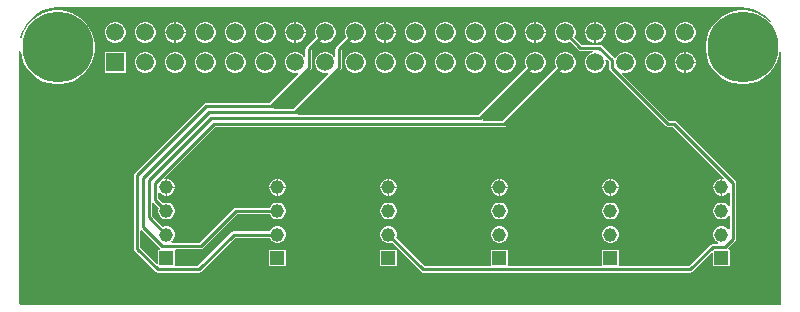
<source format=gbr>
G04*
G04 #@! TF.GenerationSoftware,Altium Limited,Altium Designer,24.8.2 (39)*
G04*
G04 Layer_Physical_Order=1*
G04 Layer_Color=255*
%FSLAX25Y25*%
%MOIN*%
G70*
G04*
G04 #@! TF.SameCoordinates,CBBCE14F-D53E-4E5E-9298-E108D83DD630*
G04*
G04*
G04 #@! TF.FilePolarity,Positive*
G04*
G01*
G75*
%ADD18C,0.01000*%
%ADD19R,0.05906X0.05906*%
%ADD20C,0.05906*%
%ADD21R,0.04528X0.04528*%
%ADD22C,0.04528*%
%ADD23C,0.23622*%
G36*
X306957Y284960D02*
Y284960D01*
X306957Y284960D01*
X308500Y284839D01*
X310551Y284346D01*
X312500Y283539D01*
X314298Y282437D01*
X315902Y281067D01*
X316554Y280304D01*
X316186Y279964D01*
X315107Y281044D01*
X313539Y282183D01*
X311812Y283063D01*
X309969Y283661D01*
X308055Y283965D01*
X306118D01*
X304204Y283661D01*
X302361Y283063D01*
X300634Y282183D01*
X299066Y281044D01*
X297696Y279674D01*
X296557Y278106D01*
X295677Y276379D01*
X295079Y274536D01*
X294776Y272622D01*
Y270685D01*
X295079Y268771D01*
X295677Y266928D01*
X296557Y265201D01*
X297696Y263633D01*
X299066Y262263D01*
X300634Y261124D01*
X302361Y260244D01*
X304204Y259646D01*
X306118Y259343D01*
X308055D01*
X309969Y259646D01*
X311812Y260244D01*
X313539Y261124D01*
X315107Y262263D01*
X316477Y263633D01*
X317616Y265201D01*
X318496Y266928D01*
X319094Y268771D01*
X319293Y270026D01*
X319827Y270198D01*
X319923Y270101D01*
Y185911D01*
X317500D01*
X66372Y185911D01*
X65880Y186351D01*
X65872Y186381D01*
Y270222D01*
X65978Y270337D01*
X66510Y270176D01*
X66732Y268771D01*
X67331Y266928D01*
X68211Y265201D01*
X69350Y263633D01*
X70720Y262263D01*
X72288Y261124D01*
X74014Y260244D01*
X75857Y259646D01*
X77771Y259343D01*
X79709D01*
X81623Y259646D01*
X83466Y260244D01*
X85193Y261124D01*
X86760Y262263D01*
X88130Y263633D01*
X89270Y265201D01*
X90149Y266928D01*
X90748Y268771D01*
X91051Y270685D01*
Y272622D01*
X90748Y274536D01*
X90149Y276379D01*
X89270Y278106D01*
X88130Y279674D01*
X86760Y281044D01*
X85193Y282183D01*
X83466Y283063D01*
X81623Y283661D01*
X79709Y283965D01*
X77771D01*
X75857Y283661D01*
X74014Y283063D01*
X72288Y282183D01*
X70720Y281044D01*
X69350Y279674D01*
X68211Y278106D01*
X67331Y276379D01*
X66752Y274598D01*
X66271Y274734D01*
X66574Y275998D01*
X67359Y277892D01*
X68430Y279640D01*
X69762Y281199D01*
X71320Y282531D01*
X73068Y283602D01*
X74963Y284386D01*
X76956Y284865D01*
X78075Y284953D01*
X78075Y284953D01*
Y284953D01*
X78541Y285089D01*
X306495D01*
X306957Y284960D01*
D02*
G37*
%LPC*%
G36*
X258368Y280106D02*
X258163D01*
Y276904D01*
X261366D01*
Y277108D01*
X261131Y277986D01*
X260676Y278774D01*
X260033Y279416D01*
X259246Y279871D01*
X258368Y280106D01*
D02*
G37*
G36*
X257663D02*
X257459D01*
X256581Y279871D01*
X255793Y279416D01*
X255151Y278774D01*
X254696Y277986D01*
X254461Y277108D01*
Y276904D01*
X257663D01*
Y280106D01*
D02*
G37*
G36*
X238368D02*
X238163D01*
Y276904D01*
X241366D01*
Y277108D01*
X241131Y277986D01*
X240676Y278774D01*
X240033Y279416D01*
X239246Y279871D01*
X238368Y280106D01*
D02*
G37*
G36*
X237663D02*
X237459D01*
X236581Y279871D01*
X235793Y279416D01*
X235151Y278774D01*
X234696Y277986D01*
X234461Y277108D01*
Y276904D01*
X237663D01*
Y280106D01*
D02*
G37*
G36*
X188368D02*
X188163D01*
Y276904D01*
X191366D01*
Y277108D01*
X191131Y277986D01*
X190676Y278774D01*
X190033Y279416D01*
X189246Y279871D01*
X188368Y280106D01*
D02*
G37*
G36*
X187663D02*
X187459D01*
X186581Y279871D01*
X185793Y279416D01*
X185151Y278774D01*
X184696Y277986D01*
X184461Y277108D01*
Y276904D01*
X187663D01*
Y280106D01*
D02*
G37*
G36*
X158368D02*
X158163D01*
Y276904D01*
X161366D01*
Y277108D01*
X161131Y277986D01*
X160676Y278774D01*
X160033Y279416D01*
X159246Y279871D01*
X158368Y280106D01*
D02*
G37*
G36*
X157663D02*
X157459D01*
X156581Y279871D01*
X155793Y279416D01*
X155150Y278774D01*
X154696Y277986D01*
X154461Y277108D01*
Y276904D01*
X157663D01*
Y280106D01*
D02*
G37*
G36*
X118368D02*
X118163D01*
Y276904D01*
X121366D01*
Y277108D01*
X121131Y277986D01*
X120676Y278774D01*
X120033Y279416D01*
X119246Y279871D01*
X118368Y280106D01*
D02*
G37*
G36*
X117663D02*
X117459D01*
X116581Y279871D01*
X115793Y279416D01*
X115150Y278774D01*
X114696Y277986D01*
X114461Y277108D01*
Y276904D01*
X117663D01*
Y280106D01*
D02*
G37*
G36*
X288368D02*
X287459D01*
X286581Y279871D01*
X285793Y279416D01*
X285151Y278774D01*
X284696Y277986D01*
X284461Y277108D01*
Y276199D01*
X284696Y275321D01*
X285151Y274534D01*
X285793Y273891D01*
X286581Y273436D01*
X287459Y273201D01*
X288368D01*
X289246Y273436D01*
X290033Y273891D01*
X290676Y274534D01*
X291131Y275321D01*
X291366Y276199D01*
Y277108D01*
X291131Y277986D01*
X290676Y278774D01*
X290033Y279416D01*
X289246Y279871D01*
X288368Y280106D01*
D02*
G37*
G36*
X278368D02*
X277459D01*
X276581Y279871D01*
X275793Y279416D01*
X275150Y278774D01*
X274696Y277986D01*
X274461Y277108D01*
Y276199D01*
X274696Y275321D01*
X275150Y274534D01*
X275793Y273891D01*
X276581Y273436D01*
X277459Y273201D01*
X278368D01*
X279246Y273436D01*
X280033Y273891D01*
X280676Y274534D01*
X281131Y275321D01*
X281366Y276199D01*
Y277108D01*
X281131Y277986D01*
X280676Y278774D01*
X280033Y279416D01*
X279246Y279871D01*
X278368Y280106D01*
D02*
G37*
G36*
X268368D02*
X267459D01*
X266581Y279871D01*
X265793Y279416D01*
X265150Y278774D01*
X264696Y277986D01*
X264461Y277108D01*
Y276199D01*
X264696Y275321D01*
X265150Y274534D01*
X265793Y273891D01*
X266581Y273436D01*
X267459Y273201D01*
X268368D01*
X269246Y273436D01*
X270033Y273891D01*
X270676Y274534D01*
X271131Y275321D01*
X271366Y276199D01*
Y277108D01*
X271131Y277986D01*
X270676Y278774D01*
X270033Y279416D01*
X269246Y279871D01*
X268368Y280106D01*
D02*
G37*
G36*
X261366Y276403D02*
X258163D01*
Y273201D01*
X258368D01*
X259246Y273436D01*
X260033Y273891D01*
X260676Y274534D01*
X261131Y275321D01*
X261366Y276199D01*
Y276403D01*
D02*
G37*
G36*
X257663D02*
X254461D01*
Y276199D01*
X254696Y275321D01*
X255151Y274534D01*
X255793Y273891D01*
X256581Y273436D01*
X257459Y273201D01*
X257663D01*
Y276403D01*
D02*
G37*
G36*
X241366D02*
X238163D01*
Y273201D01*
X238368D01*
X239246Y273436D01*
X240033Y273891D01*
X240676Y274534D01*
X241131Y275321D01*
X241366Y276199D01*
Y276403D01*
D02*
G37*
G36*
X237663D02*
X234461D01*
Y276199D01*
X234696Y275321D01*
X235151Y274534D01*
X235793Y273891D01*
X236581Y273436D01*
X237459Y273201D01*
X237663D01*
Y276403D01*
D02*
G37*
G36*
X228368Y280106D02*
X227459D01*
X226581Y279871D01*
X225793Y279416D01*
X225150Y278774D01*
X224696Y277986D01*
X224461Y277108D01*
Y276199D01*
X224696Y275321D01*
X225150Y274534D01*
X225793Y273891D01*
X226581Y273436D01*
X227459Y273201D01*
X228368D01*
X229246Y273436D01*
X230033Y273891D01*
X230676Y274534D01*
X231131Y275321D01*
X231366Y276199D01*
Y277108D01*
X231131Y277986D01*
X230676Y278774D01*
X230033Y279416D01*
X229246Y279871D01*
X228368Y280106D01*
D02*
G37*
G36*
X218368D02*
X217459D01*
X216581Y279871D01*
X215793Y279416D01*
X215150Y278774D01*
X214696Y277986D01*
X214461Y277108D01*
Y276199D01*
X214696Y275321D01*
X215150Y274534D01*
X215793Y273891D01*
X216581Y273436D01*
X217459Y273201D01*
X218368D01*
X219246Y273436D01*
X220033Y273891D01*
X220676Y274534D01*
X221131Y275321D01*
X221366Y276199D01*
Y277108D01*
X221131Y277986D01*
X220676Y278774D01*
X220033Y279416D01*
X219246Y279871D01*
X218368Y280106D01*
D02*
G37*
G36*
X208368D02*
X207459D01*
X206581Y279871D01*
X205793Y279416D01*
X205151Y278774D01*
X204696Y277986D01*
X204461Y277108D01*
Y276199D01*
X204696Y275321D01*
X205151Y274534D01*
X205793Y273891D01*
X206581Y273436D01*
X207459Y273201D01*
X208368D01*
X209246Y273436D01*
X210033Y273891D01*
X210676Y274534D01*
X211131Y275321D01*
X211366Y276199D01*
Y277108D01*
X211131Y277986D01*
X210676Y278774D01*
X210033Y279416D01*
X209246Y279871D01*
X208368Y280106D01*
D02*
G37*
G36*
X198368D02*
X197459D01*
X196581Y279871D01*
X195793Y279416D01*
X195150Y278774D01*
X194696Y277986D01*
X194461Y277108D01*
Y276199D01*
X194696Y275321D01*
X195150Y274534D01*
X195793Y273891D01*
X196581Y273436D01*
X197459Y273201D01*
X198368D01*
X199246Y273436D01*
X200033Y273891D01*
X200676Y274534D01*
X201131Y275321D01*
X201366Y276199D01*
Y277108D01*
X201131Y277986D01*
X200676Y278774D01*
X200033Y279416D01*
X199246Y279871D01*
X198368Y280106D01*
D02*
G37*
G36*
X191366Y276403D02*
X188163D01*
Y273201D01*
X188368D01*
X189246Y273436D01*
X190033Y273891D01*
X190676Y274534D01*
X191131Y275321D01*
X191366Y276199D01*
Y276403D01*
D02*
G37*
G36*
X187663D02*
X184461D01*
Y276199D01*
X184696Y275321D01*
X185151Y274534D01*
X185793Y273891D01*
X186581Y273436D01*
X187459Y273201D01*
X187663D01*
Y276403D01*
D02*
G37*
G36*
X178368Y280106D02*
X177459D01*
X176581Y279871D01*
X175793Y279416D01*
X175151Y278774D01*
X174696Y277986D01*
X174461Y277108D01*
Y276199D01*
X174696Y275321D01*
X174858Y275040D01*
X171645Y271827D01*
X171424Y271497D01*
X171347Y271106D01*
Y268613D01*
X170847Y268479D01*
X170676Y268774D01*
X170033Y269416D01*
X169246Y269871D01*
X168368Y270106D01*
X167459D01*
X166581Y269871D01*
X165793Y269416D01*
X165150Y268774D01*
X164696Y267986D01*
X164461Y267108D01*
Y266199D01*
X164696Y265321D01*
X165150Y264533D01*
X165793Y263891D01*
X166581Y263436D01*
X167459Y263201D01*
X168368D01*
X168697Y263289D01*
X168956Y262841D01*
X157272Y251157D01*
X150863D01*
X150655Y251657D01*
X163087Y264088D01*
X163308Y264419D01*
X163386Y264809D01*
Y270684D01*
X166300Y273598D01*
X166581Y273436D01*
X167459Y273201D01*
X168368D01*
X169246Y273436D01*
X170033Y273891D01*
X170676Y274534D01*
X171131Y275321D01*
X171366Y276199D01*
Y277108D01*
X171131Y277986D01*
X170676Y278774D01*
X170033Y279416D01*
X169246Y279871D01*
X168368Y280106D01*
X167459D01*
X166581Y279871D01*
X165793Y279416D01*
X165150Y278774D01*
X164696Y277986D01*
X164461Y277108D01*
Y276199D01*
X164696Y275321D01*
X164858Y275040D01*
X161645Y271827D01*
X161424Y271497D01*
X161347Y271106D01*
Y268613D01*
X160847Y268479D01*
X160676Y268774D01*
X160033Y269416D01*
X159246Y269871D01*
X158368Y270106D01*
X157459D01*
X156581Y269871D01*
X155793Y269416D01*
X155150Y268774D01*
X154696Y267986D01*
X154461Y267108D01*
Y266199D01*
X154696Y265321D01*
X155150Y264533D01*
X155793Y263891D01*
X156581Y263436D01*
X157459Y263201D01*
X158368D01*
X158697Y263289D01*
X158956Y262841D01*
X149272Y253157D01*
X128329D01*
X127939Y253079D01*
X127608Y252858D01*
X104515Y229765D01*
X104294Y229434D01*
X104217Y229044D01*
Y204493D01*
X104294Y204103D01*
X104515Y203772D01*
X111394Y196893D01*
X111725Y196672D01*
X112115Y196595D01*
X125761D01*
X126151Y196672D01*
X126482Y196893D01*
X137821Y208232D01*
X149412D01*
X149425Y208185D01*
X149788Y207555D01*
X150303Y207040D01*
X150933Y206677D01*
X151636Y206488D01*
X152364D01*
X153067Y206677D01*
X153697Y207040D01*
X154212Y207555D01*
X154575Y208185D01*
X154764Y208888D01*
Y209616D01*
X154575Y210319D01*
X154212Y210949D01*
X153697Y211463D01*
X153067Y211827D01*
X152364Y212016D01*
X151636D01*
X150933Y211827D01*
X150303Y211463D01*
X149788Y210949D01*
X149425Y210319D01*
X149412Y210272D01*
X137399D01*
X137009Y210194D01*
X136678Y209973D01*
X125339Y198634D01*
X117764D01*
Y204142D01*
X118128Y204469D01*
X126424D01*
X126814Y204546D01*
X127145Y204767D01*
X138484Y216106D01*
X149412D01*
X149425Y216059D01*
X149788Y215429D01*
X150303Y214914D01*
X150933Y214551D01*
X151636Y214362D01*
X152364D01*
X153067Y214551D01*
X153697Y214914D01*
X154212Y215429D01*
X154575Y216059D01*
X154764Y216762D01*
Y217490D01*
X154575Y218193D01*
X154212Y218823D01*
X153697Y219338D01*
X153067Y219701D01*
X152364Y219890D01*
X151636D01*
X150933Y219701D01*
X150303Y219338D01*
X149788Y218823D01*
X149425Y218193D01*
X149412Y218146D01*
X138062D01*
X137672Y218068D01*
X137341Y217847D01*
X126002Y206508D01*
X116774D01*
X116640Y207008D01*
X116697Y207040D01*
X117212Y207555D01*
X117575Y208185D01*
X117764Y208888D01*
Y209616D01*
X117575Y210319D01*
X117212Y210949D01*
X116697Y211463D01*
X116067Y211827D01*
X115364Y212016D01*
X114636D01*
X113933Y211827D01*
X113891Y211803D01*
X110256Y215438D01*
Y219721D01*
X110756Y219928D01*
X112449Y218235D01*
X112425Y218193D01*
X112236Y217490D01*
Y216762D01*
X112425Y216059D01*
X112788Y215429D01*
X113303Y214914D01*
X113933Y214551D01*
X114636Y214362D01*
X115364D01*
X116067Y214551D01*
X116697Y214914D01*
X117212Y215429D01*
X117575Y216059D01*
X117764Y216762D01*
Y217490D01*
X117575Y218193D01*
X117212Y218823D01*
X116697Y219338D01*
X116067Y219701D01*
X115364Y219890D01*
X114636D01*
X113933Y219701D01*
X113891Y219677D01*
X112256Y221312D01*
Y223225D01*
X112756Y223359D01*
X112788Y223303D01*
X113303Y222788D01*
X113933Y222425D01*
X114636Y222236D01*
X114750D01*
Y225000D01*
Y227764D01*
X114636D01*
X114573Y227747D01*
X114314Y228195D01*
X131237Y245117D01*
X227397D01*
X227787Y245195D01*
X228118Y245416D01*
X246300Y263598D01*
X246581Y263436D01*
X247459Y263201D01*
X248368D01*
X249246Y263436D01*
X250033Y263891D01*
X250676Y264533D01*
X251131Y265321D01*
X251366Y266199D01*
Y267108D01*
X251131Y267986D01*
X250676Y268774D01*
X250033Y269416D01*
X249246Y269871D01*
X248368Y270106D01*
X247459D01*
X246581Y269871D01*
X245793Y269416D01*
X245150Y268774D01*
X244696Y267986D01*
X244461Y267108D01*
Y266199D01*
X244696Y265321D01*
X244858Y265040D01*
X226975Y247157D01*
X220565D01*
X220358Y247657D01*
X236300Y263598D01*
X236581Y263436D01*
X237459Y263201D01*
X238368D01*
X239246Y263436D01*
X240033Y263891D01*
X240676Y264533D01*
X241131Y265321D01*
X241366Y266199D01*
Y267108D01*
X241131Y267986D01*
X240676Y268774D01*
X240033Y269416D01*
X239246Y269871D01*
X238368Y270106D01*
X237459D01*
X236581Y269871D01*
X235793Y269416D01*
X235151Y268774D01*
X234696Y267986D01*
X234461Y267108D01*
Y266199D01*
X234696Y265321D01*
X234858Y265040D01*
X218974Y249157D01*
X158863D01*
X158656Y249657D01*
X173087Y264088D01*
X173308Y264419D01*
X173386Y264809D01*
Y270684D01*
X176300Y273598D01*
X176581Y273436D01*
X177459Y273201D01*
X178368D01*
X179246Y273436D01*
X180033Y273891D01*
X180676Y274534D01*
X181131Y275321D01*
X181366Y276199D01*
Y277108D01*
X181131Y277986D01*
X180676Y278774D01*
X180033Y279416D01*
X179246Y279871D01*
X178368Y280106D01*
D02*
G37*
G36*
X161366Y276403D02*
X158163D01*
Y273201D01*
X158368D01*
X159246Y273436D01*
X160033Y273891D01*
X160676Y274534D01*
X161131Y275321D01*
X161366Y276199D01*
Y276403D01*
D02*
G37*
G36*
X157663D02*
X154461D01*
Y276199D01*
X154696Y275321D01*
X155150Y274534D01*
X155793Y273891D01*
X156581Y273436D01*
X157459Y273201D01*
X157663D01*
Y276403D01*
D02*
G37*
G36*
X148368Y280106D02*
X147459D01*
X146581Y279871D01*
X145793Y279416D01*
X145150Y278774D01*
X144696Y277986D01*
X144461Y277108D01*
Y276199D01*
X144696Y275321D01*
X145150Y274534D01*
X145793Y273891D01*
X146581Y273436D01*
X147459Y273201D01*
X148368D01*
X149246Y273436D01*
X150033Y273891D01*
X150676Y274534D01*
X151131Y275321D01*
X151366Y276199D01*
Y277108D01*
X151131Y277986D01*
X150676Y278774D01*
X150033Y279416D01*
X149246Y279871D01*
X148368Y280106D01*
D02*
G37*
G36*
X138368D02*
X137459D01*
X136581Y279871D01*
X135793Y279416D01*
X135151Y278774D01*
X134696Y277986D01*
X134461Y277108D01*
Y276199D01*
X134696Y275321D01*
X135151Y274534D01*
X135793Y273891D01*
X136581Y273436D01*
X137459Y273201D01*
X138368D01*
X139246Y273436D01*
X140033Y273891D01*
X140676Y274534D01*
X141131Y275321D01*
X141366Y276199D01*
Y277108D01*
X141131Y277986D01*
X140676Y278774D01*
X140033Y279416D01*
X139246Y279871D01*
X138368Y280106D01*
D02*
G37*
G36*
X128368D02*
X127459D01*
X126581Y279871D01*
X125793Y279416D01*
X125151Y278774D01*
X124696Y277986D01*
X124461Y277108D01*
Y276199D01*
X124696Y275321D01*
X125151Y274534D01*
X125793Y273891D01*
X126581Y273436D01*
X127459Y273201D01*
X128368D01*
X129246Y273436D01*
X130033Y273891D01*
X130676Y274534D01*
X131131Y275321D01*
X131366Y276199D01*
Y277108D01*
X131131Y277986D01*
X130676Y278774D01*
X130033Y279416D01*
X129246Y279871D01*
X128368Y280106D01*
D02*
G37*
G36*
X121366Y276403D02*
X118163D01*
Y273201D01*
X118368D01*
X119246Y273436D01*
X120033Y273891D01*
X120676Y274534D01*
X121131Y275321D01*
X121366Y276199D01*
Y276403D01*
D02*
G37*
G36*
X117663D02*
X114461D01*
Y276199D01*
X114696Y275321D01*
X115150Y274534D01*
X115793Y273891D01*
X116581Y273436D01*
X117459Y273201D01*
X117663D01*
Y276403D01*
D02*
G37*
G36*
X108368Y280106D02*
X107459D01*
X106581Y279871D01*
X105793Y279416D01*
X105150Y278774D01*
X104696Y277986D01*
X104461Y277108D01*
Y276199D01*
X104696Y275321D01*
X105150Y274534D01*
X105793Y273891D01*
X106581Y273436D01*
X107459Y273201D01*
X108368D01*
X109246Y273436D01*
X110033Y273891D01*
X110676Y274534D01*
X111131Y275321D01*
X111366Y276199D01*
Y277108D01*
X111131Y277986D01*
X110676Y278774D01*
X110033Y279416D01*
X109246Y279871D01*
X108368Y280106D01*
D02*
G37*
G36*
X98368D02*
X97459D01*
X96581Y279871D01*
X95793Y279416D01*
X95151Y278774D01*
X94696Y277986D01*
X94461Y277108D01*
Y276199D01*
X94696Y275321D01*
X95151Y274534D01*
X95793Y273891D01*
X96581Y273436D01*
X97459Y273201D01*
X98368D01*
X99246Y273436D01*
X100033Y273891D01*
X100676Y274534D01*
X101131Y275321D01*
X101366Y276199D01*
Y277108D01*
X101131Y277986D01*
X100676Y278774D01*
X100033Y279416D01*
X99246Y279871D01*
X98368Y280106D01*
D02*
G37*
G36*
X288368Y270106D02*
X288163D01*
Y266903D01*
X291366D01*
Y267108D01*
X291131Y267986D01*
X290676Y268774D01*
X290033Y269416D01*
X289246Y269871D01*
X288368Y270106D01*
D02*
G37*
G36*
X287663D02*
X287459D01*
X286581Y269871D01*
X285793Y269416D01*
X285151Y268774D01*
X284696Y267986D01*
X284461Y267108D01*
Y266903D01*
X287663D01*
Y270106D01*
D02*
G37*
G36*
X291366Y266404D02*
X288163D01*
Y263201D01*
X288368D01*
X289246Y263436D01*
X290033Y263891D01*
X290676Y264533D01*
X291131Y265321D01*
X291366Y266199D01*
Y266404D01*
D02*
G37*
G36*
X287663D02*
X284461D01*
Y266199D01*
X284696Y265321D01*
X285151Y264533D01*
X285793Y263891D01*
X286581Y263436D01*
X287459Y263201D01*
X287663D01*
Y266404D01*
D02*
G37*
G36*
X278368Y270106D02*
X277459D01*
X276581Y269871D01*
X275793Y269416D01*
X275150Y268774D01*
X274696Y267986D01*
X274461Y267108D01*
Y266199D01*
X274696Y265321D01*
X275150Y264533D01*
X275793Y263891D01*
X276581Y263436D01*
X277459Y263201D01*
X278368D01*
X279246Y263436D01*
X280033Y263891D01*
X280676Y264533D01*
X281131Y265321D01*
X281366Y266199D01*
Y267108D01*
X281131Y267986D01*
X280676Y268774D01*
X280033Y269416D01*
X279246Y269871D01*
X278368Y270106D01*
D02*
G37*
G36*
X248368Y280106D02*
X247459D01*
X246581Y279871D01*
X245793Y279416D01*
X245150Y278774D01*
X244696Y277986D01*
X244461Y277108D01*
Y276199D01*
X244696Y275321D01*
X245150Y274534D01*
X245793Y273891D01*
X246581Y273436D01*
X247459Y273201D01*
X248368D01*
X249246Y273436D01*
X249527Y273598D01*
X252287Y270838D01*
X252618Y270617D01*
X253008Y270540D01*
X257144D01*
X257210Y270040D01*
X256581Y269871D01*
X255793Y269416D01*
X255151Y268774D01*
X254696Y267986D01*
X254461Y267108D01*
Y266199D01*
X254696Y265321D01*
X255151Y264533D01*
X255793Y263891D01*
X256581Y263436D01*
X257459Y263201D01*
X258368D01*
X259246Y263436D01*
X260033Y263891D01*
X260676Y264533D01*
X261131Y265321D01*
X261366Y266199D01*
Y267108D01*
X261278Y267437D01*
X261726Y267696D01*
X262441Y266981D01*
Y264809D01*
X262519Y264419D01*
X262740Y264088D01*
X281317Y245510D01*
X281648Y245289D01*
X282038Y245212D01*
X283669D01*
X300686Y228195D01*
X300427Y227747D01*
X300364Y227764D01*
X300250D01*
Y225000D01*
Y222236D01*
X300364D01*
X301067Y222425D01*
X301697Y222788D01*
X302212Y223303D01*
X302244Y223359D01*
X302744Y223225D01*
Y218900D01*
X302244Y218766D01*
X302212Y218823D01*
X301697Y219338D01*
X301067Y219701D01*
X300364Y219890D01*
X299636D01*
X298933Y219701D01*
X298303Y219338D01*
X297788Y218823D01*
X297425Y218193D01*
X297236Y217490D01*
Y216762D01*
X297425Y216059D01*
X297788Y215429D01*
X298303Y214914D01*
X298933Y214551D01*
X299636Y214362D01*
X300364D01*
X301067Y214551D01*
X301697Y214914D01*
X302212Y215429D01*
X302244Y215486D01*
X302744Y215352D01*
Y211027D01*
X302244Y210893D01*
X302212Y210949D01*
X301697Y211463D01*
X301067Y211827D01*
X300364Y212016D01*
X299636D01*
X298933Y211827D01*
X298303Y211463D01*
X297788Y210949D01*
X297425Y210319D01*
X297236Y209616D01*
Y208888D01*
X297425Y208185D01*
X297788Y207555D01*
X298303Y207040D01*
X298933Y206677D01*
X298990Y206661D01*
X298924Y206161D01*
X297115D01*
X296725Y206084D01*
X296394Y205863D01*
X289165Y198634D01*
X265764D01*
Y204142D01*
X260236D01*
Y198634D01*
X228764D01*
Y204142D01*
X223236D01*
Y198634D01*
X201060D01*
X191551Y208143D01*
X191575Y208185D01*
X191764Y208888D01*
Y209616D01*
X191575Y210319D01*
X191212Y210949D01*
X190697Y211463D01*
X190067Y211827D01*
X189364Y212016D01*
X188636D01*
X187933Y211827D01*
X187303Y211463D01*
X186788Y210949D01*
X186425Y210319D01*
X186236Y209616D01*
Y208888D01*
X186425Y208185D01*
X186788Y207555D01*
X187303Y207040D01*
X187933Y206677D01*
X188636Y206488D01*
X189364D01*
X190067Y206677D01*
X190109Y206701D01*
X199917Y196893D01*
X200248Y196672D01*
X200638Y196595D01*
X289587D01*
X289978Y196672D01*
X290308Y196893D01*
X296774Y203359D01*
X297236Y203168D01*
Y198614D01*
X302764D01*
Y204142D01*
X302362D01*
X302154Y204642D01*
X304485Y206972D01*
X304706Y207303D01*
X304783Y207693D01*
Y226559D01*
X304706Y226949D01*
X304485Y227280D01*
X284812Y246952D01*
X284482Y247173D01*
X284091Y247251D01*
X282461D01*
X266871Y262841D01*
X267130Y263289D01*
X267459Y263201D01*
X268368D01*
X269246Y263436D01*
X270033Y263891D01*
X270676Y264533D01*
X271131Y265321D01*
X271366Y266199D01*
Y267108D01*
X271131Y267986D01*
X270676Y268774D01*
X270033Y269416D01*
X269246Y269871D01*
X268368Y270106D01*
X267459D01*
X266581Y269871D01*
X265793Y269416D01*
X265150Y268774D01*
X264779Y268130D01*
X264346Y268059D01*
X264206Y268088D01*
X264182Y268124D01*
X260026Y272280D01*
X259695Y272501D01*
X259305Y272579D01*
X253430D01*
X250969Y275040D01*
X251131Y275321D01*
X251366Y276199D01*
Y277108D01*
X251131Y277986D01*
X250676Y278774D01*
X250033Y279416D01*
X249246Y279871D01*
X248368Y280106D01*
D02*
G37*
G36*
X228368Y270106D02*
X227459D01*
X226581Y269871D01*
X225793Y269416D01*
X225150Y268774D01*
X224696Y267986D01*
X224461Y267108D01*
Y266199D01*
X224696Y265321D01*
X225150Y264533D01*
X225793Y263891D01*
X226581Y263436D01*
X227459Y263201D01*
X228368D01*
X229246Y263436D01*
X230033Y263891D01*
X230676Y264533D01*
X231131Y265321D01*
X231366Y266199D01*
Y267108D01*
X231131Y267986D01*
X230676Y268774D01*
X230033Y269416D01*
X229246Y269871D01*
X228368Y270106D01*
D02*
G37*
G36*
X218368D02*
X217459D01*
X216581Y269871D01*
X215793Y269416D01*
X215150Y268774D01*
X214696Y267986D01*
X214461Y267108D01*
Y266199D01*
X214696Y265321D01*
X215150Y264533D01*
X215793Y263891D01*
X216581Y263436D01*
X217459Y263201D01*
X218368D01*
X219246Y263436D01*
X220033Y263891D01*
X220676Y264533D01*
X221131Y265321D01*
X221366Y266199D01*
Y267108D01*
X221131Y267986D01*
X220676Y268774D01*
X220033Y269416D01*
X219246Y269871D01*
X218368Y270106D01*
D02*
G37*
G36*
X208368D02*
X207459D01*
X206581Y269871D01*
X205793Y269416D01*
X205151Y268774D01*
X204696Y267986D01*
X204461Y267108D01*
Y266199D01*
X204696Y265321D01*
X205151Y264533D01*
X205793Y263891D01*
X206581Y263436D01*
X207459Y263201D01*
X208368D01*
X209246Y263436D01*
X210033Y263891D01*
X210676Y264533D01*
X211131Y265321D01*
X211366Y266199D01*
Y267108D01*
X211131Y267986D01*
X210676Y268774D01*
X210033Y269416D01*
X209246Y269871D01*
X208368Y270106D01*
D02*
G37*
G36*
X198368D02*
X197459D01*
X196581Y269871D01*
X195793Y269416D01*
X195150Y268774D01*
X194696Y267986D01*
X194461Y267108D01*
Y266199D01*
X194696Y265321D01*
X195150Y264533D01*
X195793Y263891D01*
X196581Y263436D01*
X197459Y263201D01*
X198368D01*
X199246Y263436D01*
X200033Y263891D01*
X200676Y264533D01*
X201131Y265321D01*
X201366Y266199D01*
Y267108D01*
X201131Y267986D01*
X200676Y268774D01*
X200033Y269416D01*
X199246Y269871D01*
X198368Y270106D01*
D02*
G37*
G36*
X188368D02*
X187459D01*
X186581Y269871D01*
X185793Y269416D01*
X185151Y268774D01*
X184696Y267986D01*
X184461Y267108D01*
Y266199D01*
X184696Y265321D01*
X185151Y264533D01*
X185793Y263891D01*
X186581Y263436D01*
X187459Y263201D01*
X188368D01*
X189246Y263436D01*
X190033Y263891D01*
X190676Y264533D01*
X191131Y265321D01*
X191366Y266199D01*
Y267108D01*
X191131Y267986D01*
X190676Y268774D01*
X190033Y269416D01*
X189246Y269871D01*
X188368Y270106D01*
D02*
G37*
G36*
X178368D02*
X177459D01*
X176581Y269871D01*
X175793Y269416D01*
X175151Y268774D01*
X174696Y267986D01*
X174461Y267108D01*
Y266199D01*
X174696Y265321D01*
X175151Y264533D01*
X175793Y263891D01*
X176581Y263436D01*
X177459Y263201D01*
X178368D01*
X179246Y263436D01*
X180033Y263891D01*
X180676Y264533D01*
X181131Y265321D01*
X181366Y266199D01*
Y267108D01*
X181131Y267986D01*
X180676Y268774D01*
X180033Y269416D01*
X179246Y269871D01*
X178368Y270106D01*
D02*
G37*
G36*
X148368D02*
X147459D01*
X146581Y269871D01*
X145793Y269416D01*
X145150Y268774D01*
X144696Y267986D01*
X144461Y267108D01*
Y266199D01*
X144696Y265321D01*
X145150Y264533D01*
X145793Y263891D01*
X146581Y263436D01*
X147459Y263201D01*
X148368D01*
X149246Y263436D01*
X150033Y263891D01*
X150676Y264533D01*
X151131Y265321D01*
X151366Y266199D01*
Y267108D01*
X151131Y267986D01*
X150676Y268774D01*
X150033Y269416D01*
X149246Y269871D01*
X148368Y270106D01*
D02*
G37*
G36*
X138368D02*
X137459D01*
X136581Y269871D01*
X135793Y269416D01*
X135151Y268774D01*
X134696Y267986D01*
X134461Y267108D01*
Y266199D01*
X134696Y265321D01*
X135151Y264533D01*
X135793Y263891D01*
X136581Y263436D01*
X137459Y263201D01*
X138368D01*
X139246Y263436D01*
X140033Y263891D01*
X140676Y264533D01*
X141131Y265321D01*
X141366Y266199D01*
Y267108D01*
X141131Y267986D01*
X140676Y268774D01*
X140033Y269416D01*
X139246Y269871D01*
X138368Y270106D01*
D02*
G37*
G36*
X128368D02*
X127459D01*
X126581Y269871D01*
X125793Y269416D01*
X125151Y268774D01*
X124696Y267986D01*
X124461Y267108D01*
Y266199D01*
X124696Y265321D01*
X125151Y264533D01*
X125793Y263891D01*
X126581Y263436D01*
X127459Y263201D01*
X128368D01*
X129246Y263436D01*
X130033Y263891D01*
X130676Y264533D01*
X131131Y265321D01*
X131366Y266199D01*
Y267108D01*
X131131Y267986D01*
X130676Y268774D01*
X130033Y269416D01*
X129246Y269871D01*
X128368Y270106D01*
D02*
G37*
G36*
X118368D02*
X117459D01*
X116581Y269871D01*
X115793Y269416D01*
X115150Y268774D01*
X114696Y267986D01*
X114461Y267108D01*
Y266199D01*
X114696Y265321D01*
X115150Y264533D01*
X115793Y263891D01*
X116581Y263436D01*
X117459Y263201D01*
X118368D01*
X119246Y263436D01*
X120033Y263891D01*
X120676Y264533D01*
X121131Y265321D01*
X121366Y266199D01*
Y267108D01*
X121131Y267986D01*
X120676Y268774D01*
X120033Y269416D01*
X119246Y269871D01*
X118368Y270106D01*
D02*
G37*
G36*
X108368D02*
X107459D01*
X106581Y269871D01*
X105793Y269416D01*
X105150Y268774D01*
X104696Y267986D01*
X104461Y267108D01*
Y266199D01*
X104696Y265321D01*
X105150Y264533D01*
X105793Y263891D01*
X106581Y263436D01*
X107459Y263201D01*
X108368D01*
X109246Y263436D01*
X110033Y263891D01*
X110676Y264533D01*
X111131Y265321D01*
X111366Y266199D01*
Y267108D01*
X111131Y267986D01*
X110676Y268774D01*
X110033Y269416D01*
X109246Y269871D01*
X108368Y270106D01*
D02*
G37*
G36*
X101366D02*
X94461D01*
Y263201D01*
X101366D01*
Y270106D01*
D02*
G37*
G36*
X263364Y227764D02*
X263250D01*
Y225250D01*
X265764D01*
Y225364D01*
X265575Y226067D01*
X265212Y226697D01*
X264697Y227212D01*
X264067Y227575D01*
X263364Y227764D01*
D02*
G37*
G36*
X226364D02*
X226250D01*
Y225250D01*
X228764D01*
Y225364D01*
X228575Y226067D01*
X228212Y226697D01*
X227697Y227212D01*
X227067Y227575D01*
X226364Y227764D01*
D02*
G37*
G36*
X189364D02*
X189250D01*
Y225250D01*
X191764D01*
Y225364D01*
X191575Y226067D01*
X191212Y226697D01*
X190697Y227212D01*
X190067Y227575D01*
X189364Y227764D01*
D02*
G37*
G36*
X152364D02*
X152250D01*
Y225250D01*
X154764D01*
Y225364D01*
X154575Y226067D01*
X154212Y226697D01*
X153697Y227212D01*
X153067Y227575D01*
X152364Y227764D01*
D02*
G37*
G36*
X115364D02*
X115250D01*
Y225250D01*
X117764D01*
Y225364D01*
X117575Y226067D01*
X117212Y226697D01*
X116697Y227212D01*
X116067Y227575D01*
X115364Y227764D01*
D02*
G37*
G36*
X299750D02*
X299636D01*
X298933Y227575D01*
X298303Y227212D01*
X297788Y226697D01*
X297425Y226067D01*
X297236Y225364D01*
Y225250D01*
X299750D01*
Y227764D01*
D02*
G37*
G36*
X262750D02*
X262636D01*
X261933Y227575D01*
X261303Y227212D01*
X260788Y226697D01*
X260425Y226067D01*
X260236Y225364D01*
Y225250D01*
X262750D01*
Y227764D01*
D02*
G37*
G36*
X225750D02*
X225636D01*
X224933Y227575D01*
X224303Y227212D01*
X223788Y226697D01*
X223425Y226067D01*
X223236Y225364D01*
Y225250D01*
X225750D01*
Y227764D01*
D02*
G37*
G36*
X188750D02*
X188636D01*
X187933Y227575D01*
X187303Y227212D01*
X186788Y226697D01*
X186425Y226067D01*
X186236Y225364D01*
Y225250D01*
X188750D01*
Y227764D01*
D02*
G37*
G36*
X151750D02*
X151636D01*
X150933Y227575D01*
X150303Y227212D01*
X149788Y226697D01*
X149425Y226067D01*
X149236Y225364D01*
Y225250D01*
X151750D01*
Y227764D01*
D02*
G37*
G36*
X299750Y224750D02*
X297236D01*
Y224636D01*
X297425Y223933D01*
X297788Y223303D01*
X298303Y222788D01*
X298933Y222425D01*
X299636Y222236D01*
X299750D01*
Y224750D01*
D02*
G37*
G36*
X265764D02*
X263250D01*
Y222236D01*
X263364D01*
X264067Y222425D01*
X264697Y222788D01*
X265212Y223303D01*
X265575Y223933D01*
X265764Y224636D01*
Y224750D01*
D02*
G37*
G36*
X262750D02*
X260236D01*
Y224636D01*
X260425Y223933D01*
X260788Y223303D01*
X261303Y222788D01*
X261933Y222425D01*
X262636Y222236D01*
X262750D01*
Y224750D01*
D02*
G37*
G36*
X228764D02*
X226250D01*
Y222236D01*
X226364D01*
X227067Y222425D01*
X227697Y222788D01*
X228212Y223303D01*
X228575Y223933D01*
X228764Y224636D01*
Y224750D01*
D02*
G37*
G36*
X225750D02*
X223236D01*
Y224636D01*
X223425Y223933D01*
X223788Y223303D01*
X224303Y222788D01*
X224933Y222425D01*
X225636Y222236D01*
X225750D01*
Y224750D01*
D02*
G37*
G36*
X191764D02*
X189250D01*
Y222236D01*
X189364D01*
X190067Y222425D01*
X190697Y222788D01*
X191212Y223303D01*
X191575Y223933D01*
X191764Y224636D01*
Y224750D01*
D02*
G37*
G36*
X188750D02*
X186236D01*
Y224636D01*
X186425Y223933D01*
X186788Y223303D01*
X187303Y222788D01*
X187933Y222425D01*
X188636Y222236D01*
X188750D01*
Y224750D01*
D02*
G37*
G36*
X154764D02*
X152250D01*
Y222236D01*
X152364D01*
X153067Y222425D01*
X153697Y222788D01*
X154212Y223303D01*
X154575Y223933D01*
X154764Y224636D01*
Y224750D01*
D02*
G37*
G36*
X151750D02*
X149236D01*
Y224636D01*
X149425Y223933D01*
X149788Y223303D01*
X150303Y222788D01*
X150933Y222425D01*
X151636Y222236D01*
X151750D01*
Y224750D01*
D02*
G37*
G36*
X117764D02*
X115250D01*
Y222236D01*
X115364D01*
X116067Y222425D01*
X116697Y222788D01*
X117212Y223303D01*
X117575Y223933D01*
X117764Y224636D01*
Y224750D01*
D02*
G37*
G36*
X263364Y219890D02*
X262636D01*
X261933Y219701D01*
X261303Y219338D01*
X260788Y218823D01*
X260425Y218193D01*
X260236Y217490D01*
Y216762D01*
X260425Y216059D01*
X260788Y215429D01*
X261303Y214914D01*
X261933Y214551D01*
X262636Y214362D01*
X263364D01*
X264067Y214551D01*
X264697Y214914D01*
X265212Y215429D01*
X265575Y216059D01*
X265764Y216762D01*
Y217490D01*
X265575Y218193D01*
X265212Y218823D01*
X264697Y219338D01*
X264067Y219701D01*
X263364Y219890D01*
D02*
G37*
G36*
X226364D02*
X225636D01*
X224933Y219701D01*
X224303Y219338D01*
X223788Y218823D01*
X223425Y218193D01*
X223236Y217490D01*
Y216762D01*
X223425Y216059D01*
X223788Y215429D01*
X224303Y214914D01*
X224933Y214551D01*
X225636Y214362D01*
X226364D01*
X227067Y214551D01*
X227697Y214914D01*
X228212Y215429D01*
X228575Y216059D01*
X228764Y216762D01*
Y217490D01*
X228575Y218193D01*
X228212Y218823D01*
X227697Y219338D01*
X227067Y219701D01*
X226364Y219890D01*
D02*
G37*
G36*
X189364D02*
X188636D01*
X187933Y219701D01*
X187303Y219338D01*
X186788Y218823D01*
X186425Y218193D01*
X186236Y217490D01*
Y216762D01*
X186425Y216059D01*
X186788Y215429D01*
X187303Y214914D01*
X187933Y214551D01*
X188636Y214362D01*
X189364D01*
X190067Y214551D01*
X190697Y214914D01*
X191212Y215429D01*
X191575Y216059D01*
X191764Y216762D01*
Y217490D01*
X191575Y218193D01*
X191212Y218823D01*
X190697Y219338D01*
X190067Y219701D01*
X189364Y219890D01*
D02*
G37*
G36*
X263364Y212016D02*
X262636D01*
X261933Y211827D01*
X261303Y211463D01*
X260788Y210949D01*
X260425Y210319D01*
X260236Y209616D01*
Y208888D01*
X260425Y208185D01*
X260788Y207555D01*
X261303Y207040D01*
X261933Y206677D01*
X262636Y206488D01*
X263364D01*
X264067Y206677D01*
X264697Y207040D01*
X265212Y207555D01*
X265575Y208185D01*
X265764Y208888D01*
Y209616D01*
X265575Y210319D01*
X265212Y210949D01*
X264697Y211463D01*
X264067Y211827D01*
X263364Y212016D01*
D02*
G37*
G36*
X226364D02*
X225636D01*
X224933Y211827D01*
X224303Y211463D01*
X223788Y210949D01*
X223425Y210319D01*
X223236Y209616D01*
Y208888D01*
X223425Y208185D01*
X223788Y207555D01*
X224303Y207040D01*
X224933Y206677D01*
X225636Y206488D01*
X226364D01*
X227067Y206677D01*
X227697Y207040D01*
X228212Y207555D01*
X228575Y208185D01*
X228764Y208888D01*
Y209616D01*
X228575Y210319D01*
X228212Y210949D01*
X227697Y211463D01*
X227067Y211827D01*
X226364Y212016D01*
D02*
G37*
G36*
X191764Y204142D02*
X186236D01*
Y198614D01*
X191764D01*
Y204142D01*
D02*
G37*
G36*
X154764D02*
X149236D01*
Y198614D01*
X154764D01*
Y204142D01*
D02*
G37*
%LPD*%
G36*
X112720Y204767D02*
X112908Y204642D01*
X112756Y204142D01*
X112236D01*
Y199588D01*
X111774Y199397D01*
X106256Y204915D01*
Y210524D01*
X106756Y210732D01*
X112720Y204767D01*
D02*
G37*
D18*
X263461Y264809D02*
X282038Y246231D01*
X189000Y209252D02*
X200638Y197614D01*
X111236Y220890D02*
X115000Y217126D01*
X125761Y197614D02*
X137399Y209252D01*
X112115Y197614D02*
X125761D01*
X111236Y226559D02*
X130814Y246137D01*
X109236Y227387D02*
X129986Y248137D01*
X107236Y211693D02*
X113441Y205488D01*
X137399Y209252D02*
X152000D01*
X113441Y205488D02*
X126424D01*
X109236Y215016D02*
X115000Y209252D01*
X138062Y217126D02*
X152000D01*
X126424Y205488D02*
X138062Y217126D01*
X297115Y205142D02*
X301213D01*
X303764Y207693D02*
Y226559D01*
X200638Y197614D02*
X289587D01*
X297115Y205142D01*
X301213D02*
X303764Y207693D01*
X284091Y246231D02*
X303764Y226559D01*
X282038Y246231D02*
X284091D01*
X111236Y220890D02*
Y226559D01*
X109236Y215016D02*
Y227387D01*
X107236Y211693D02*
Y228216D01*
X129157Y250137D01*
X105236Y229044D02*
X128329Y252137D01*
X105236Y204493D02*
Y229044D01*
Y204493D02*
X112115Y197614D01*
X227397Y246137D02*
X247500Y266240D01*
X219397Y248137D02*
X237500Y266240D01*
X130814Y246137D02*
X227397D01*
X129986Y248137D02*
X219397D01*
X263461Y264809D02*
Y267404D01*
X247500Y277067D02*
Y277500D01*
Y277067D02*
X247913Y276654D01*
X149694Y252137D02*
X162366Y264809D01*
X167500Y276240D02*
Y277500D01*
X128329Y252137D02*
X149694D01*
X172366Y271106D02*
X177500Y276240D01*
Y277500D01*
X172366Y264809D02*
Y271106D01*
X157694Y250137D02*
X172366Y264809D01*
X129157Y250137D02*
X157694D01*
X247500Y266240D02*
Y267500D01*
X237500Y266240D02*
Y267500D01*
X162366Y264809D02*
Y271106D01*
X167500Y276240D01*
X247913Y276654D02*
X253008Y271559D01*
X259305D01*
X263461Y267404D01*
D19*
X97913Y266653D02*
D03*
D20*
Y276654D02*
D03*
X107913Y266653D02*
D03*
Y276654D02*
D03*
X117913Y266653D02*
D03*
Y276654D02*
D03*
X127913Y266653D02*
D03*
Y276654D02*
D03*
X137913Y266653D02*
D03*
Y276654D02*
D03*
X147913Y266653D02*
D03*
Y276654D02*
D03*
X157913Y266653D02*
D03*
Y276654D02*
D03*
X167913Y266653D02*
D03*
Y276654D02*
D03*
X177913Y266653D02*
D03*
Y276654D02*
D03*
X187913Y266653D02*
D03*
Y276654D02*
D03*
X197913Y266653D02*
D03*
Y276654D02*
D03*
X207913Y266653D02*
D03*
Y276654D02*
D03*
X217913Y266653D02*
D03*
Y276654D02*
D03*
X227913Y266653D02*
D03*
Y276654D02*
D03*
X237913Y266653D02*
D03*
Y276654D02*
D03*
X247913Y266653D02*
D03*
Y276654D02*
D03*
X287913D02*
D03*
Y266653D02*
D03*
X277913Y276654D02*
D03*
Y266653D02*
D03*
X267913Y276654D02*
D03*
Y266653D02*
D03*
X257913Y276654D02*
D03*
Y266653D02*
D03*
D21*
X115000Y201378D02*
D03*
X300000D02*
D03*
X263000D02*
D03*
X226000D02*
D03*
X189000D02*
D03*
X152000D02*
D03*
D22*
X115000Y209252D02*
D03*
Y217126D02*
D03*
Y225000D02*
D03*
X300000D02*
D03*
Y217126D02*
D03*
Y209252D02*
D03*
X263000Y225000D02*
D03*
Y217126D02*
D03*
Y209252D02*
D03*
X226000Y225000D02*
D03*
Y217126D02*
D03*
Y209252D02*
D03*
X189000Y225000D02*
D03*
Y217126D02*
D03*
Y209252D02*
D03*
X152000Y225000D02*
D03*
Y217126D02*
D03*
Y209252D02*
D03*
D23*
X307087Y271654D02*
D03*
X78740D02*
D03*
M02*

</source>
